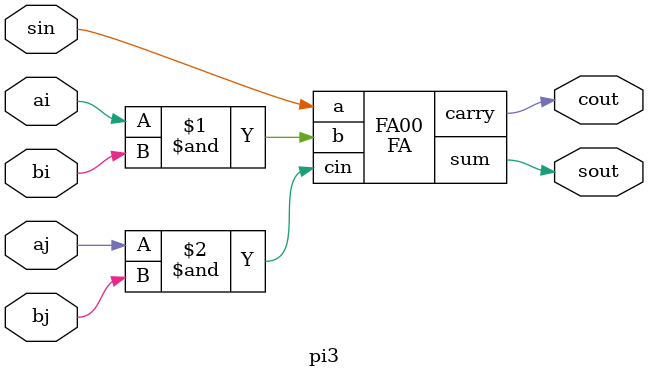
<source format=v>
module PP(pc,c,d);

    input c,d;
    output pc;
    assign pc= c&d;

endmodule

module pi0(sout,cout,a,b,cin);

    input a,b,cin;
    output sout,cout;

    assign sout=(a^b^cin);
    assign cout= (a&b)|(b&cin)|(a&cin);

endmodule

module HA(sum,carry,a,b);

    input a,b;
    output sum,carry;

    assign sum = a ^ b;  // Sum is the XOR of A and B
    assign carry = a & b;  // Carry is the AND of A and B

endmodule

module FA(sum,carry,a,b,cin);

    input a,b,cin;
    output sum,carry;

    assign sum = a ^ b ^ cin;  // Sum is the XOR of A and B
    assign carry = (a & b) | (b & cin) | (a & cin) ;  // Carry is the AND of A and B

endmodule

    
/////////////////

module pi1(sout,a,b,sin);

    input a,b,sin;
    output sout;

    assign sout= sin ^ (a & b);

endmodule

module pi2(sout,cout,a,b,sin);

    input a,b,sin;
    output sout,cout;

    HA HA00(sout,cout,sin,(a&b));

endmodule

module pi3(sout,cout,ai,aj,bi,bj,sin);

    input ai,aj,bi,bj,sin;
    output sout,cout;

    FA FA00(sout,cout,sin,(ai&bi),(aj&bj));

endmodule
</source>
